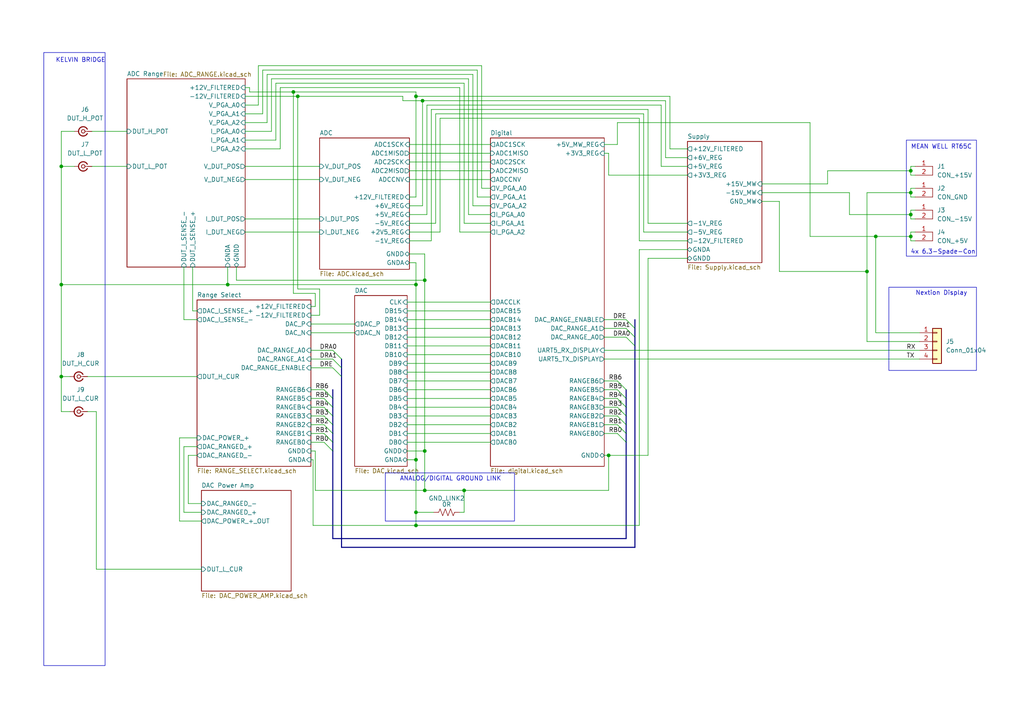
<source format=kicad_sch>
(kicad_sch (version 20231120) (generator "eeschema") (generator_version "8.0")
  (paper "A4")
  (lib_symbols
    (symbol "Connector:Conn_Coaxial_Small" (pin_numbers hide) (pin_names (offset 1.016) hide)
      (property "Reference" "J" (at 0.254 3.048 0))
      (property "Value" "Conn_Coaxial_Small" (at 0 -3.81 0))
      (symbol "Conn_Coaxial_Small_0_1"
        (polyline (pts (xy -2.54 0) (xy -0.508 0)))
        (circle (center 0 0) (radius 0.508) (stroke (width 0.2032)))
      )
      (symbol "Conn_Coaxial_Small_1_1"
        (arc (start -1.1916 -0.6311) (mid 0.327 -1.3081) (end 1.3484 0.0039) (stroke (width 0.3048)))
        (arc (start 1.3484 -0.0039) (mid 0.327 1.3081) (end -1.1916 0.6311) (stroke (width 0.3048)))
        (pin passive line (at -2.54 0 0) (length 1.27) (name "In") (number "1"))
        (pin passive line (at 2.54 0 180) (length 1.27) (name "Ext") (number "2"))
      )
    )
    (symbol "Connector_Generic:Conn_01x04" (pin_names (offset 1.016) hide)
      (property "Reference" "J" (at 0 5.08 0))
      (property "Value" "Conn_01x04" (at 0 -7.62 0))
      (symbol "Conn_01x04_1_1"
        (rectangle (start -1.27 -4.953) (end 0 -5.207) (stroke (width 0.1524)))
        (rectangle (start -1.27 -2.413) (end 0 -2.667) (stroke (width 0.1524)))
        (rectangle (start -1.27 0.127) (end 0 -0.127) (stroke (width 0.1524)))
        (rectangle (start -1.27 2.667) (end 0 2.413) (stroke (width 0.1524)))
        (rectangle (start -1.27 3.81) (end 1.27 -6.35) (stroke (width 0.254)) (fill (type background)))
        (pin passive line (at -5.08 2.54 0) (length 3.81) (name "Pin_1") (number "1"))
        (pin passive line (at -5.08 0 0) (length 3.81) (name "Pin_2") (number "2"))
        (pin passive line (at -5.08 -2.54 0) (length 3.81) (name "Pin_3") (number "3"))
        (pin passive line (at -5.08 -5.08 0) (length 3.81) (name "Pin_4") (number "4"))
      )
    )
    (symbol "Device:R_US" (pin_numbers hide) (pin_names (offset 0))
      (property "Reference" "R" (at 2.54 0 90))
      (property "Value" "R_US" (at -2.54 0 90))
      (symbol "R_US_0_1"
        (polyline (pts (xy 0 -2.286) (xy 0 -2.54)))
        (polyline (pts (xy 0 2.286) (xy 0 2.54)))
        (polyline (pts (xy 0 -0.762) (xy 1.016 -1.143) (xy 0 -1.524) (xy -1.016 -1.905) (xy 0 -2.286)))
        (polyline (pts (xy 0 0.762) (xy 1.016 0.381) (xy 0 0) (xy -1.016 -0.381) (xy 0 -0.762)))
        (polyline (pts (xy 0 2.286) (xy 1.016 1.905) (xy 0 1.524) (xy -1.016 1.143) (xy 0 0.762)))
      )
      (symbol "R_US_1_1"
        (pin passive line (at 0 3.81 270) (length 1.27) (name "~") (number "1"))
        (pin passive line (at 0 -3.81 90) (length 1.27) (name "~") (number "2"))
      )
    )
    (symbol "JRIX Connector:6.3-Spade-Con" (pin_names (offset 1.016))
      (property "Reference" "J" (at -2.54 -3.81 0))
      (property "Value" "6.3-Spade-Con" (at -2.54 2.54 0))
      (symbol "6.3-Spade-Con_0_1"
        (polyline (pts (xy 0 0) (xy 0 -2.54)))
      )
      (symbol "6.3-Spade-Con_1_1"
        (pin bidirectional line (at -5.08 0 0) (length 5.08) (name "~") (number "1"))
        (pin bidirectional line (at -5.08 -2.54 0) (length 5.08) (name "~") (number "2"))
      )
    )
  )
  (junction (at 264.16 49.53))
  (junction (at 254 68.58))
  (junction (at 17.78 48.26))
  (junction (at 17.78 82.55))
  (junction (at 120.65 152.4))
  (junction (at 86.36 27.94))
  (junction (at 123.19 142.24))
  (junction (at 122.555 29.21))
  (junction (at 120.65 133.35))
  (junction (at 17.78 109.22))
  (junction (at 120.65 82.55))
  (junction (at 264.16 68.58))
  (junction (at 264.16 62.23))
  (junction (at 120.65 148.59))
  (junction (at 120.65 27.94))
  (junction (at 264.16 55.88))
  (junction (at 123.19 81.28))
  (junction (at 66.04 82.55))
  (junction (at 123.19 130.81))
  (junction (at 176.53 132.08))
  (junction (at 134.62 142.24))
  (junction (at 85.09 26.67))
  (junction (at 251.46 78.74))
  (bus_entry (at 179.07 118.11) (size 2.54 2.54))
  (bus_entry (at 93.98 118.11) (size 2.54 2.54))
  (bus_entry (at 181.61 95.25) (size 2.54 2.54))
  (bus_entry (at 179.07 110.49) (size 2.54 2.54))
  (bus_entry (at 96.52 104.14) (size 2.54 2.54))
  (bus_entry (at 181.61 92.71) (size 2.54 2.54))
  (bus_entry (at 93.98 113.03) (size 2.54 2.54))
  (bus_entry (at 93.98 128.27) (size 2.54 2.54))
  (bus_entry (at 96.52 106.68) (size 2.54 2.54))
  (bus_entry (at 181.61 97.79) (size 2.54 2.54))
  (bus_entry (at 179.07 120.65) (size 2.54 2.54))
  (bus_entry (at 179.07 125.73) (size 2.54 2.54))
  (bus_entry (at 179.07 113.03) (size 2.54 2.54))
  (bus_entry (at 93.98 123.19) (size 2.54 2.54))
  (bus_entry (at 179.07 115.57) (size 2.54 2.54))
  (bus_entry (at 96.52 101.6) (size 2.54 2.54))
  (bus_entry (at 93.98 125.73) (size 2.54 2.54))
  (bus_entry (at 93.98 115.57) (size 2.54 2.54))
  (bus_entry (at 179.07 123.19) (size 2.54 2.54))
  (bus_entry (at 93.98 120.65) (size 2.54 2.54))
  (wire (pts (xy 176.53 142.24) (xy 176.53 132.08)))
  (wire (pts (xy 118.745 67.31) (xy 127.635 67.31)))
  (wire (pts (xy 72.39 25.4) (xy 72.39 26.67)))
  (bus (pts (xy 181.61 118.11) (xy 181.61 120.65)))
  (wire (pts (xy 123.19 142.24) (xy 134.62 142.24)))
  (wire (pts (xy 234.95 68.58) (xy 254 68.58)))
  (bus (pts (xy 181.61 123.19) (xy 181.61 125.73)))
  (wire (pts (xy 187.96 31.75) (xy 187.96 64.77)))
  (wire (pts (xy 120.65 152.4) (xy 185.42 152.4)))
  (wire (pts (xy 54.61 132.08) (xy 54.61 146.05)))
  (wire (pts (xy 118.745 76.2) (xy 120.65 76.2)))
  (wire (pts (xy 118.11 95.25) (xy 142.24 95.25)))
  (wire (pts (xy 264.16 62.23) (xy 264.16 60.96)))
  (wire (pts (xy 137.16 59.69) (xy 137.16 21.59)))
  (wire (pts (xy 179.07 110.49) (xy 175.26 110.49)))
  (wire (pts (xy 57.15 132.08) (xy 54.61 132.08)))
  (wire (pts (xy 72.39 26.67) (xy 85.09 26.67)))
  (wire (pts (xy 90.17 91.44) (xy 92.71 91.44)))
  (bus (pts (xy 181.61 125.73) (xy 181.61 128.27)))
  (wire (pts (xy 176.53 132.08) (xy 187.96 132.08)))
  (wire (pts (xy 265.43 50.8) (xy 264.16 50.8)))
  (wire (pts (xy 118.745 41.91) (xy 142.24 41.91)))
  (wire (pts (xy 220.98 55.88) (xy 246.38 55.88)))
  (wire (pts (xy 25.4 119.38) (xy 27.94 119.38)))
  (wire (pts (xy 86.36 83.82) (xy 86.36 27.94)))
  (wire (pts (xy 254 96.52) (xy 254 68.58)))
  (wire (pts (xy 90.17 106.68) (xy 96.52 106.68)))
  (wire (pts (xy 175.26 132.08) (xy 176.53 132.08)))
  (wire (pts (xy 74.93 19.05) (xy 74.93 30.48)))
  (wire (pts (xy 17.78 38.1) (xy 17.78 48.26)))
  (bus (pts (xy 181.61 113.03) (xy 181.61 115.57)))
  (wire (pts (xy 53.34 92.71) (xy 57.15 92.71)))
  (wire (pts (xy 179.07 123.19) (xy 175.26 123.19)))
  (wire (pts (xy 90.17 96.52) (xy 102.87 96.52)))
  (wire (pts (xy 251.46 55.88) (xy 264.16 55.88)))
  (wire (pts (xy 90.17 125.73) (xy 93.98 125.73)))
  (wire (pts (xy 134.62 64.77) (xy 134.62 24.13)))
  (wire (pts (xy 118.745 44.45) (xy 142.24 44.45)))
  (wire (pts (xy 264.16 54.61) (xy 265.43 54.61)))
  (wire (pts (xy 92.71 83.82) (xy 86.36 83.82)))
  (wire (pts (xy 187.96 74.93) (xy 199.39 74.93)))
  (wire (pts (xy 122.555 29.21) (xy 122.555 59.69)))
  (wire (pts (xy 135.89 22.86) (xy 78.74 22.86)))
  (wire (pts (xy 264.16 68.58) (xy 264.16 67.31)))
  (wire (pts (xy 90.805 133.35) (xy 90.805 152.4)))
  (wire (pts (xy 54.61 146.05) (xy 58.42 146.05)))
  (wire (pts (xy 226.06 58.42) (xy 226.06 78.74)))
  (wire (pts (xy 71.12 27.94) (xy 86.36 27.94)))
  (wire (pts (xy 199.39 72.39) (xy 185.42 72.39)))
  (wire (pts (xy 71.12 25.4) (xy 72.39 25.4)))
  (wire (pts (xy 134.62 24.13) (xy 80.01 24.13)))
  (wire (pts (xy 176.53 50.8) (xy 199.39 50.8)))
  (wire (pts (xy 90.17 133.35) (xy 90.805 133.35)))
  (wire (pts (xy 134.62 142.24) (xy 134.62 148.59)))
  (wire (pts (xy 142.24 67.31) (xy 133.35 67.31)))
  (wire (pts (xy 175.26 41.91) (xy 179.07 41.91)))
  (wire (pts (xy 133.35 148.59) (xy 134.62 148.59)))
  (wire (pts (xy 175.26 95.25) (xy 181.61 95.25)))
  (wire (pts (xy 138.43 57.15) (xy 138.43 20.32)))
  (wire (pts (xy 251.46 78.74) (xy 251.46 99.06)))
  (wire (pts (xy 85.09 85.09) (xy 85.09 26.67)))
  (wire (pts (xy 80.01 24.13) (xy 80.01 40.64)))
  (wire (pts (xy 264.16 49.53) (xy 240.03 49.53)))
  (wire (pts (xy 118.11 120.65) (xy 142.24 120.65)))
  (wire (pts (xy 176.53 50.8) (xy 176.53 44.45)))
  (wire (pts (xy 90.17 118.11) (xy 93.98 118.11)))
  (wire (pts (xy 133.35 25.4) (xy 81.28 25.4)))
  (bus (pts (xy 184.15 95.25) (xy 184.15 97.79)))
  (wire (pts (xy 118.11 102.87) (xy 142.24 102.87)))
  (wire (pts (xy 91.44 88.9) (xy 91.44 85.09)))
  (wire (pts (xy 139.7 19.05) (xy 74.93 19.05)))
  (wire (pts (xy 90.17 130.81) (xy 91.44 130.81)))
  (wire (pts (xy 142.24 62.23) (xy 135.89 62.23)))
  (wire (pts (xy 175.26 92.71) (xy 181.61 92.71)))
  (wire (pts (xy 240.03 49.53) (xy 240.03 53.34)))
  (wire (pts (xy 17.78 82.55) (xy 66.04 82.55)))
  (wire (pts (xy 17.78 109.22) (xy 17.78 82.55)))
  (wire (pts (xy 123.19 81.28) (xy 123.19 130.81)))
  (wire (pts (xy 78.74 22.86) (xy 78.74 38.1)))
  (wire (pts (xy 187.96 31.75) (xy 125.095 31.75)))
  (wire (pts (xy 118.745 49.53) (xy 142.24 49.53)))
  (wire (pts (xy 120.65 148.59) (xy 125.73 148.59)))
  (wire (pts (xy 53.34 148.59) (xy 58.42 148.59)))
  (bus (pts (xy 181.61 120.65) (xy 181.61 123.19)))
  (wire (pts (xy 26.67 48.26) (xy 36.83 48.26)))
  (wire (pts (xy 57.15 129.54) (xy 53.34 129.54)))
  (wire (pts (xy 17.78 48.26) (xy 17.78 82.55)))
  (wire (pts (xy 90.17 120.65) (xy 93.98 120.65)))
  (wire (pts (xy 118.11 118.11) (xy 142.24 118.11)))
  (wire (pts (xy 118.11 87.63) (xy 142.24 87.63)))
  (wire (pts (xy 68.58 77.47) (xy 68.58 81.28)))
  (wire (pts (xy 142.24 64.77) (xy 134.62 64.77)))
  (wire (pts (xy 137.16 21.59) (xy 77.47 21.59)))
  (wire (pts (xy 118.11 133.35) (xy 120.65 133.35)))
  (wire (pts (xy 266.7 99.06) (xy 251.46 99.06)))
  (wire (pts (xy 90.17 115.57) (xy 93.98 115.57)))
  (wire (pts (xy 123.825 30.48) (xy 191.77 30.48)))
  (wire (pts (xy 92.71 91.44) (xy 92.71 83.82)))
  (bus (pts (xy 96.52 125.73) (xy 96.52 128.27)))
  (bus (pts (xy 184.15 97.79) (xy 184.15 100.33)))
  (wire (pts (xy 120.65 152.4) (xy 120.65 148.59)))
  (wire (pts (xy 123.825 62.23) (xy 123.825 30.48)))
  (wire (pts (xy 175.26 97.79) (xy 181.61 97.79)))
  (wire (pts (xy 126.365 64.77) (xy 118.745 64.77)))
  (wire (pts (xy 25.4 109.22) (xy 57.15 109.22)))
  (wire (pts (xy 120.65 27.94) (xy 194.31 27.94)))
  (wire (pts (xy 17.78 119.38) (xy 20.32 119.38)))
  (wire (pts (xy 118.11 107.95) (xy 142.24 107.95)))
  (bus (pts (xy 96.52 128.27) (xy 96.52 130.81)))
  (wire (pts (xy 90.17 104.14) (xy 96.52 104.14)))
  (wire (pts (xy 71.12 67.31) (xy 92.71 67.31)))
  (wire (pts (xy 185.42 69.85) (xy 199.39 69.85)))
  (wire (pts (xy 220.98 58.42) (xy 226.06 58.42)))
  (wire (pts (xy 264.16 68.58) (xy 254 68.58)))
  (bus (pts (xy 96.52 113.03) (xy 96.52 115.57)))
  (wire (pts (xy 266.7 96.52) (xy 254 96.52)))
  (wire (pts (xy 118.11 105.41) (xy 142.24 105.41)))
  (wire (pts (xy 71.12 48.26) (xy 92.71 48.26)))
  (bus (pts (xy 181.61 156.21) (xy 96.52 156.21)))
  (wire (pts (xy 90.17 93.98) (xy 102.87 93.98)))
  (wire (pts (xy 264.16 60.96) (xy 265.43 60.96)))
  (bus (pts (xy 96.52 130.81) (xy 96.52 156.21)))
  (wire (pts (xy 199.39 45.72) (xy 193.04 45.72)))
  (wire (pts (xy 17.78 109.22) (xy 17.78 119.38)))
  (wire (pts (xy 120.65 26.67) (xy 120.65 27.94)))
  (bus (pts (xy 184.15 92.71) (xy 184.15 95.25)))
  (bus (pts (xy 184.15 100.33) (xy 184.15 158.75)))
  (wire (pts (xy 186.69 67.31) (xy 186.69 33.02)))
  (wire (pts (xy 179.07 120.65) (xy 175.26 120.65)))
  (wire (pts (xy 264.16 55.88) (xy 264.16 54.61)))
  (wire (pts (xy 264.16 69.85) (xy 264.16 68.58)))
  (bus (pts (xy 96.52 115.57) (xy 96.52 118.11)))
  (wire (pts (xy 86.36 27.94) (xy 116.84 27.94)))
  (bus (pts (xy 181.61 115.57) (xy 181.61 118.11)))
  (wire (pts (xy 52.07 127) (xy 57.15 127)))
  (wire (pts (xy 175.26 101.6) (xy 266.7 101.6)))
  (wire (pts (xy 20.32 109.22) (xy 17.78 109.22)))
  (wire (pts (xy 179.07 113.03) (xy 175.26 113.03)))
  (wire (pts (xy 90.17 113.03) (xy 93.98 113.03)))
  (wire (pts (xy 26.67 38.1) (xy 36.83 38.1)))
  (wire (pts (xy 120.65 82.55) (xy 120.65 133.35)))
  (wire (pts (xy 265.43 57.15) (xy 264.16 57.15)))
  (wire (pts (xy 142.24 54.61) (xy 139.7 54.61)))
  (wire (pts (xy 53.34 129.54) (xy 53.34 148.59)))
  (wire (pts (xy 187.96 64.77) (xy 199.39 64.77)))
  (bus (pts (xy 96.52 123.19) (xy 96.52 125.73)))
  (wire (pts (xy 264.16 48.26) (xy 265.43 48.26)))
  (bus (pts (xy 96.52 120.65) (xy 96.52 123.19)))
  (wire (pts (xy 120.65 133.35) (xy 120.65 148.59)))
  (wire (pts (xy 234.95 35.56) (xy 234.95 68.58)))
  (wire (pts (xy 55.88 90.17) (xy 57.15 90.17)))
  (wire (pts (xy 251.46 55.88) (xy 251.46 78.74)))
  (wire (pts (xy 55.88 90.17) (xy 55.88 77.47)))
  (wire (pts (xy 179.07 125.73) (xy 175.26 125.73)))
  (wire (pts (xy 125.095 69.85) (xy 118.745 69.85)))
  (wire (pts (xy 191.77 30.48) (xy 191.77 48.26)))
  (wire (pts (xy 139.7 54.61) (xy 139.7 19.05)))
  (wire (pts (xy 186.69 33.02) (xy 126.365 33.02)))
  (wire (pts (xy 118.11 130.81) (xy 123.19 130.81)))
  (wire (pts (xy 194.31 43.18) (xy 194.31 27.94)))
  (wire (pts (xy 120.65 76.2) (xy 120.65 82.55)))
  (wire (pts (xy 199.39 43.18) (xy 194.31 43.18)))
  (wire (pts (xy 185.42 152.4) (xy 185.42 72.39)))
  (wire (pts (xy 90.17 101.6) (xy 96.52 101.6)))
  (wire (pts (xy 27.94 165.1) (xy 58.42 165.1)))
  (bus (pts (xy 99.06 106.68) (xy 99.06 109.22)))
  (wire (pts (xy 118.745 46.99) (xy 142.24 46.99)))
  (wire (pts (xy 193.04 45.72) (xy 193.04 29.21)))
  (wire (pts (xy 264.16 57.15) (xy 264.16 55.88)))
  (wire (pts (xy 142.24 57.15) (xy 138.43 57.15)))
  (wire (pts (xy 118.745 73.66) (xy 123.19 73.66)))
  (wire (pts (xy 191.77 48.26) (xy 199.39 48.26)))
  (wire (pts (xy 179.07 118.11) (xy 175.26 118.11)))
  (wire (pts (xy 118.11 113.03) (xy 142.24 113.03)))
  (wire (pts (xy 90.17 123.19) (xy 93.98 123.19)))
  (wire (pts (xy 179.07 35.56) (xy 234.95 35.56)))
  (wire (pts (xy 176.53 44.45) (xy 175.26 44.45)))
  (wire (pts (xy 71.12 63.5) (xy 92.71 63.5)))
  (bus (pts (xy 96.52 118.11) (xy 96.52 120.65)))
  (bus (pts (xy 99.06 109.22) (xy 99.06 158.75)))
  (wire (pts (xy 122.555 29.21) (xy 193.04 29.21)))
  (wire (pts (xy 133.35 67.31) (xy 133.35 25.4)))
  (wire (pts (xy 66.04 77.47) (xy 66.04 82.55)))
  (wire (pts (xy 68.58 81.28) (xy 123.19 81.28)))
  (wire (pts (xy 264.16 50.8) (xy 264.16 49.53)))
  (bus (pts (xy 184.15 158.75) (xy 99.06 158.75)))
  (wire (pts (xy 118.11 123.19) (xy 142.24 123.19)))
  (wire (pts (xy 246.38 62.23) (xy 264.16 62.23)))
  (wire (pts (xy 81.28 43.18) (xy 71.12 43.18)))
  (wire (pts (xy 138.43 20.32) (xy 76.2 20.32)))
  (wire (pts (xy 264.16 49.53) (xy 264.16 48.26)))
  (wire (pts (xy 118.11 115.57) (xy 142.24 115.57)))
  (wire (pts (xy 85.09 26.67) (xy 120.65 26.67)))
  (wire (pts (xy 66.04 82.55) (xy 120.65 82.55)))
  (wire (pts (xy 78.74 38.1) (xy 71.12 38.1)))
  (wire (pts (xy 77.47 21.59) (xy 77.47 35.56)))
  (wire (pts (xy 118.745 52.07) (xy 142.24 52.07)))
  (wire (pts (xy 71.12 52.07) (xy 92.71 52.07)))
  (wire (pts (xy 123.19 130.81) (xy 123.19 142.24)))
  (wire (pts (xy 17.78 48.26) (xy 21.59 48.26)))
  (wire (pts (xy 134.62 142.24) (xy 176.53 142.24)))
  (wire (pts (xy 77.47 35.56) (xy 71.12 35.56)))
  (wire (pts (xy 264.16 63.5) (xy 264.16 62.23)))
  (wire (pts (xy 127.635 34.29) (xy 185.42 34.29)))
  (wire (pts (xy 265.43 69.85) (xy 264.16 69.85)))
  (wire (pts (xy 179.07 41.91) (xy 179.07 35.56)))
  (wire (pts (xy 135.89 62.23) (xy 135.89 22.86)))
  (wire (pts (xy 52.07 151.13) (xy 52.07 127)))
  (wire (pts (xy 118.11 128.27) (xy 142.24 128.27)))
  (wire (pts (xy 91.44 142.24) (xy 123.19 142.24)))
  (wire (pts (xy 90.805 152.4) (xy 120.65 152.4)))
  (wire (pts (xy 27.94 119.38) (xy 27.94 165.1)))
  (wire (pts (xy 118.745 57.15) (xy 120.65 57.15)))
  (wire (pts (xy 116.84 29.21) (xy 122.555 29.21)))
  (wire (pts (xy 264.16 67.31) (xy 265.43 67.31)))
  (wire (pts (xy 125.095 31.75) (xy 125.095 69.85)))
  (wire (pts (xy 118.11 125.73) (xy 142.24 125.73)))
  (wire (pts (xy 118.11 97.79) (xy 142.24 97.79)))
  (wire (pts (xy 122.555 59.69) (xy 118.745 59.69)))
  (wire (pts (xy 91.44 85.09) (xy 85.09 85.09)))
  (wire (pts (xy 127.635 67.31) (xy 127.635 34.29)))
  (wire (pts (xy 81.28 25.4) (xy 81.28 43.18)))
  (wire (pts (xy 220.98 53.34) (xy 240.03 53.34)))
  (wire (pts (xy 175.26 104.14) (xy 266.7 104.14)))
  (wire (pts (xy 80.01 40.64) (xy 71.12 40.64)))
  (wire (pts (xy 126.365 33.02) (xy 126.365 64.77)))
  (wire (pts (xy 179.07 115.57) (xy 175.26 115.57)))
  (wire (pts (xy 187.96 132.08) (xy 187.96 74.93)))
  (wire (pts (xy 118.745 62.23) (xy 123.825 62.23)))
  (wire (pts (xy 265.43 63.5) (xy 264.16 63.5)))
  (wire (pts (xy 246.38 55.88) (xy 246.38 62.23)))
  (wire (pts (xy 90.17 88.9) (xy 91.44 88.9)))
  (wire (pts (xy 120.65 27.94) (xy 120.65 57.15)))
  (wire (pts (xy 185.42 34.29) (xy 185.42 69.85)))
  (bus (pts (xy 181.61 128.27) (xy 181.61 156.21)))
  (wire (pts (xy 53.34 92.71) (xy 53.34 77.47)))
  (wire (pts (xy 91.44 130.81) (xy 91.44 142.24)))
  (wire (pts (xy 76.2 33.02) (xy 71.12 33.02)))
  (wire (pts (xy 118.11 90.17) (xy 142.24 90.17)))
  (wire (pts (xy 142.24 59.69) (xy 137.16 59.69)))
  (wire (pts (xy 123.19 73.66) (xy 123.19 81.28)))
  (wire (pts (xy 118.11 100.33) (xy 142.24 100.33)))
  (wire (pts (xy 17.78 38.1) (xy 21.59 38.1)))
  (wire (pts (xy 90.17 128.27) (xy 93.98 128.27)))
  (wire (pts (xy 116.84 27.94) (xy 116.84 29.21)))
  (wire (pts (xy 118.11 92.71) (xy 142.24 92.71)))
  (wire (pts (xy 226.06 78.74) (xy 251.46 78.74)))
  (bus (pts (xy 99.06 104.14) (xy 99.06 106.68)))
  (wire (pts (xy 74.93 30.48) (xy 71.12 30.48)))
  (wire (pts (xy 118.11 110.49) (xy 142.24 110.49)))
  (wire (pts (xy 76.2 20.32) (xy 76.2 33.02)))
  (wire (pts (xy 58.42 151.13) (xy 52.07 151.13)))
  (wire (pts (xy 199.39 67.31) (xy 186.69 67.31)))
  (rectangle (start 111.76 137.16) (end 149.225 151.13))
  (rectangle (start 262.89 40.64) (end 283.21 74.295))
  (rectangle (start 257.81 83.312) (end 283.21 107.442))
  (rectangle (start 12.7 15.24) (end 30.48 193.04))
  (text "4x 6.3-Spade-Con" (at 273.558 73.152 0) (effects (font (size 1.27 1.27))))
  (text "KELVIN BRIDGE" (at 23.368 17.526 0) (effects (font (size 1.27 1.27))))
  (text "MEAN WELL RT65C\n" (at 273.05 42.672 0) (effects (font (size 1.27 1.27))))
  (text "Nextion Display\n" (at 273.05 85.09 0) (effects (font (size 1.27 1.27))))
  (text "ANALOG/DIGITAL GROUND LINK\n\n" (at 130.683 139.954 0) (effects (font (size 1.27 1.27))))
  (label "DRE" (at 177.8 92.71 0))
  (label "RB2" (at 91.44 123.19 0))
  (label "TX" (at 262.89 104.14 0))
  (label "DRA1" (at 177.8 95.25 0))
  (label "RB1" (at 91.44 125.73 0))
  (label "RB3" (at 176.53 118.11 0))
  (label "RB6" (at 91.44 113.03 0))
  (label "DRE" (at 92.71 106.68 0))
  (label "RB4" (at 91.44 118.11 0))
  (label "RB3" (at 91.44 120.65 0))
  (label "RB6" (at 176.53 110.49 0))
  (label "DRA0" (at 177.8 97.79 0))
  (label "DRA1" (at 92.71 104.14 0))
  (label "RB0" (at 176.53 125.73 0))
  (label "RX" (at 262.8907 101.6 0))
  (label "RB2" (at 176.53 120.65 0))
  (label "RB5" (at 176.53 113.03 0))
  (label "RB1" (at 176.53 123.19 0))
  (label "RB5" (at 91.44 115.57 0))
  (label "RB4" (at 176.53 115.57 0))
  (label "DRA0" (at 92.71 101.6 0))
  (label "RB0" (at 91.44 128.27 0))
  (symbol (lib_id "JRIX Connector:6.3-Spade-Con") (at 270.51 60.96 0) (unit 1)
    (property "Reference" "J3" (at 271.78 60.9599 0) (effects (justify left)))
    (property "Value" "CON_-15V" (at 271.78 63.4999 0) (effects (justify left)))
  )
  (symbol (lib_id "Connector:Conn_Coaxial_Small") (at 22.86 119.38 180) (unit 1)
    (property "Reference" "J9" (at 23.3795 113.03 0))
    (property "Value" "DUT_L_CUR" (at 23.3795 115.57 0))
    (property "Description" "small coaxial connector (BNC, SMA, SMB, SMC, Cinch/RCA, LEMO, ...)" (effects (hide yes)))
  )
  (symbol (lib_id "Connector:Conn_Coaxial_Small") (at 24.13 48.26 180) (unit 1)
    (property "Reference" "J7" (at 24.6495 41.91 0))
    (property "Value" "DUT_L_POT" (at 24.6495 44.45 0))
    (property "Description" "small coaxial connector (BNC, SMA, SMB, SMC, Cinch/RCA, LEMO, ...)" (effects (hide yes)))
  )
  (symbol (lib_id "Connector_Generic:Conn_01x04") (at 271.78 99.06 0) (unit 1)
    (property "Reference" "J5" (at 274.32 99.0599 0) (effects (justify left)))
    (property "Value" "Conn_01x04" (at 274.32 101.5999 0) (effects (justify left)))
    (property "Description" "Generic connector, single row, 01x04, script generated (kicad-library-utils/schlib/autogen/connector/)" (effects (hide yes)))
  )
  (symbol (lib_id "Connector:Conn_Coaxial_Small") (at 22.86 109.22 180) (unit 1)
    (property "Reference" "J8" (at 23.3795 102.87 0))
    (property "Value" "DUT_H_CUR" (at 23.3795 105.41 0))
    (property "Description" "small coaxial connector (BNC, SMA, SMB, SMC, Cinch/RCA, LEMO, ...)" (effects (hide yes)))
  )
  (symbol (lib_id "Device:R_US") (at 129.54 148.59 90) (unit 1)
    (property "Reference" "GND_LINK2" (at 129.54 144.526 90))
    (property "Value" "0R" (at 129.54 146.304 90))
    (property "Description" "Resistor, US symbol" (effects (hide yes)))
  )
  (symbol (lib_id "Connector:Conn_Coaxial_Small") (at 24.13 38.1 180) (unit 1)
    (property "Reference" "J6" (at 24.6495 31.75 0))
    (property "Value" "DUT_H_POT" (at 24.6495 34.29 0))
    (property "Description" "small coaxial connector (BNC, SMA, SMB, SMC, Cinch/RCA, LEMO, ...)" (effects (hide yes)))
  )
  (symbol (lib_id "JRIX Connector:6.3-Spade-Con") (at 270.51 67.31 0) (unit 1)
    (property "Reference" "J4" (at 271.78 67.3099 0) (effects (justify left)))
    (property "Value" "CON_+5V" (at 271.78 69.8499 0) (effects (justify left)))
  )
  (symbol (lib_id "JRIX Connector:6.3-Spade-Con") (at 270.51 48.26 0) (unit 1)
    (property "Reference" "J1" (at 271.78 48.2599 0) (effects (justify left)))
    (property "Value" "CON_+15V" (at 271.78 50.7999 0) (effects (justify left)))
  )
  (symbol (lib_id "JRIX Connector:6.3-Spade-Con") (at 270.51 54.61 0) (unit 1)
    (property "Reference" "J2" (at 271.78 54.6099 0) (effects (justify left)))
    (property "Value" "CON_GND" (at 271.78 57.1499 0) (effects (justify left)))
  )
  (sheet (at 142.24 40.005) (size 33.02 95.25) (stroke (width 0.1524))
    (property "Sheetname" "Digital" (at 142.24 39.2934 0) (effects (justify left bottom)))
    (property "Sheetfile" "digital.kicad_sch" (at 142.24 135.8396 0) (effects (justify left top)))
    (pin "+3V3_REG" input (at 175.26 44.45 0))
    (pin "GNDD" bidirectional (at 175.26 132.08 0))
    (pin "DACB10" output (at 142.24 102.87 180))
    (pin "DACB11" output (at 142.24 100.33 180))
    (pin "DACB12" output (at 142.24 97.79 180))
    (pin "DACB13" output (at 142.24 95.25 180))
    (pin "DACB14" output (at 142.24 92.71 180))
    (pin "DACB15" output (at 142.24 90.17 180))
    (pin "DACB6" output (at 142.24 113.03 180))
    (pin "DACB4" output (at 142.24 118.11 180))
    (pin "DACB5" output (at 142.24 115.57 180))
    (pin "DACB7" output (at 142.24 110.49 180))
    (pin "DACB8" output (at 142.24 107.95 180))
    (pin "DACB9" output (at 142.24 105.41 180))
    (pin "DACB0" output (at 142.24 128.27 180))
    (pin "DACB1" output (at 142.24 125.73 180))
    (pin "DACB2" output (at 142.24 123.19 180))
    (pin "DACB3" output (at 142.24 120.65 180))
    (pin "DACCLK" output (at 142.24 87.63 180))
    (pin "+5V_MW_REG" input (at 175.26 41.91 0))
    (pin "UART5_RX_DISPLAY" input (at 175.26 101.6 0))
    (pin "UART5_TX_DISPLAY" output (at 175.26 104.14 0))
    (pin "ADC1SCK" output (at 142.24 41.91 180))
    (pin "ADCCNV" output (at 142.24 52.07 180))
    (pin "ADC2SCK" output (at 142.24 46.99 180))
    (pin "ADC1MISO" input (at 142.24 44.45 180))
    (pin "ADC2MISO" input (at 142.24 49.53 180))
    (pin "V_PGA_A1" output (at 142.24 57.15 180))
    (pin "V_PGA_A2" output (at 142.24 59.69 180))
    (pin "I_PGA_A0" output (at 142.24 62.23 180))
    (pin "I_PGA_A1" output (at 142.24 64.77 180))
    (pin "I_PGA_A2" output (at 142.24 67.31 180))
    (pin "V_PGA_A0" output (at 142.24 54.61 180))
    (pin "RANGEB1" output (at 175.26 123.19 0))
    (pin "RANGEB2" output (at 175.26 120.65 0))
    (pin "RANGEB3" output (at 175.26 118.11 0))
    (pin "RANGEB0" output (at 175.26 125.73 0))
    (pin "RANGEB5" output (at 175.26 113.03 0))
    (pin "RANGEB6" output (at 175.26 110.49 0))
    (pin "RANGEB4" output (at 175.26 115.57 0))
    (pin "DAC_RANGE_A0" output (at 175.26 97.79 0))
    (pin "DAC_RANGE_A1" output (at 175.26 95.25 0))
    (pin "DAC_RANGE_ENABLE" output (at 175.26 92.71 0))
  )
  (sheet (at 92.71 40.005) (size 26.035 38.1) (stroke (width 0.1524))
    (property "Sheetname" "ADC" (at 92.71 39.2934 0) (effects (justify left bottom)))
    (property "Sheetfile" "ADC.kicad_sch" (at 92.71 78.6896 0) (effects (justify left top)))
    (pin "-5V_REG" input (at 118.745 64.77 0))
    (pin "+6V_REG" input (at 118.745 59.69 0))
    (pin "+5V_REG" input (at 118.745 62.23 0))
    (pin "-1V_REG" input (at 118.745 69.85 0))
    (pin "+2V5_REG" input (at 118.745 67.31 0))
    (pin "+12V_FILTERED" input (at 118.745 57.15 0))
    (pin "ADC1SCK" input (at 118.745 41.91 0))
    (pin "ADCCNV" input (at 118.745 52.07 0))
    (pin "ADC2SCK" input (at 118.745 46.99 0))
    (pin "V_DUT_NEG" input (at 92.71 52.07 180))
    (pin "V_DUT_POS" input (at 92.71 48.26 180))
    (pin "I_DUT_POS" input (at 92.71 63.5 180))
    (pin "I_DUT_NEG" input (at 92.71 67.31 180))
    (pin "GNDD" bidirectional (at 118.745 73.66 0))
    (pin "GNDA" bidirectional (at 118.745 76.2 0))
    (pin "ADC1MISO" output (at 118.745 44.45 0))
    (pin "ADC2MISO" output (at 118.745 49.53 0))
  )
  (sheet (at 102.87 85.725) (size 15.24 49.53) (stroke (width 0.1524))
    (property "Sheetname" "DAC" (at 102.87 85.0134 0) (effects (justify left bottom)))
    (property "Sheetfile" "DAC.kicad_sch" (at 102.87 135.8396 0) (effects (justify left top)))
    (pin "DB0" input (at 118.11 128.27 0))
    (pin "CLK" input (at 118.11 87.63 0))
    (pin "DB14" input (at 118.11 92.71 0))
    (pin "DB15" input (at 118.11 90.17 0))
    (pin "DB13" input (at 118.11 95.25 0))
    (pin "DB12" input (at 118.11 97.79 0))
    (pin "DB9" input (at 118.11 105.41 0))
    (pin "DB10" input (at 118.11 102.87 0))
    (pin "DB11" input (at 118.11 100.33 0))
    (pin "DB8" input (at 118.11 107.95 0))
    (pin "DB7" input (at 118.11 110.49 0))
    (pin "DB6" input (at 118.11 113.03 0))
    (pin "DB3" input (at 118.11 120.65 0))
    (pin "DB2" input (at 118.11 123.19 0))
    (pin "DB1" input (at 118.11 125.73 0))
    (pin "DB4" input (at 118.11 118.11 0))
    (pin "DB5" input (at 118.11 115.57 0))
    (pin "GNDD" bidirectional (at 118.11 130.81 0))
    (pin "GNDA" bidirectional (at 118.11 133.35 0))
    (pin "DAC_P" output (at 102.87 93.98 180))
    (pin "DAC_N" output (at 102.87 96.52 180))
  )
  (sheet (at 58.42 142.24) (size 26.035 29.21) (stroke (width 0.1524))
    (property "Sheetname" "DAC Power Amp" (at 58.42 141.5284 0) (effects (justify left bottom)))
    (property "Sheetfile" "DAC_POWER_AMP.kicad_sch" (at 58.42 172.0346 0) (effects (justify left top)))
    (pin "DAC_RANGED_-" input (at 58.42 146.05 180))
    (pin "DUT_L_CUR" input (at 58.42 165.1 180))
    (pin "DAC_RANGED_+" input (at 58.42 148.59 180))
    (pin "DAC_POWER_+_OUT" output (at 58.42 151.13 180))
  )
  (sheet (at 57.15 86.995) (size 33.02 48.26) (stroke (width 0.1524))
    (property "Sheetname" "Range Select" (at 57.15 86.2834 0) (effects (justify left bottom)))
    (property "Sheetfile" "RANGE_SELECT.kicad_sch" (at 57.15 135.8396 0) (effects (justify left top)))
    (pin "RANGEB2" input (at 90.17 123.19 0))
    (pin "RANGEB5" input (at 90.17 115.57 0))
    (pin "DAC_POWER_+" input (at 57.15 127 180))
    (pin "RANGEB3" input (at 90.17 120.65 0))
    (pin "RANGEB6" input (at 90.17 113.03 0))
    (pin "RANGEB4" input (at 90.17 118.11 0))
    (pin "DAC_I_SENSE_+" output (at 57.15 90.17 180))
    (pin "DUT_H_CUR" output (at 57.15 109.22 180))
    (pin "DAC_I_SENSE_-" output (at 57.15 92.71 180))
    (pin "DAC_P" input (at 90.17 93.98 0))
    (pin "DAC_RANGED_+" output (at 57.15 129.54 180))
    (pin "RANGEB0" input (at 90.17 128.27 0))
    (pin "RANGEB1" input (at 90.17 125.73 0))
    (pin "DAC_N" input (at 90.17 96.52 0))
    (pin "DAC_RANGED_-" output (at 57.15 132.08 180))
    (pin "DAC_RANGE_ENABLE" input (at 90.17 106.68 0))
    (pin "GNDD" input (at 90.17 130.81 0))
    (pin "+12V_FILTERED" input (at 90.17 88.9 0))
    (pin "-12V_FILTERED" input (at 90.17 91.44 0))
    (pin "GNDA" input (at 90.17 133.35 0))
    (pin "DAC_RANGE_A0" input (at 90.17 101.6 0))
    (pin "DAC_RANGE_A1" input (at 90.17 104.14 0))
  )
  (sheet (at 36.83 22.86) (size 34.29 54.61) (stroke (width 0.1524))
    (property "Sheetname" "ADC Range" (at 36.83 22.1484 0) (effects (justify left bottom)))
    (property "Sheetfile" "ADC_RANGE.kicad_sch" (at 47.244 20.828 0) (effects (justify left top)))
    (pin "V_PGA_A1" input (at 71.12 33.02 0))
    (pin "V_PGA_A0" input (at 71.12 30.48 0))
    (pin "V_PGA_A2" input (at 71.12 35.56 0))
    (pin "V_DUT_NEG" output (at 71.12 52.07 0))
    (pin "V_DUT_POS" output (at 71.12 48.26 0))
    (pin "DUT_L_POT" input (at 36.83 48.26 180))
    (pin "DUT_H_POT" input (at 36.83 38.1 180))
    (pin "I_DUT_NEG" output (at 71.12 67.31 0))
    (pin "I_PGA_A1" input (at 71.12 40.64 0))
    (pin "I_PGA_A2" input (at 71.12 43.18 0))
    (pin "I_DUT_POS" output (at 71.12 63.5 0))
    (pin "I_PGA_A0" input (at 71.12 38.1 0))
    (pin "GNDA" input (at 66.04 77.47 270))
    (pin "GNDD" bidirectional (at 68.58 77.47 270))
    (pin "-12V_FILTERED" input (at 71.12 27.94 0))
    (pin "+12V_FILTERED" input (at 71.12 25.4 0))
    (pin "DUT_I_SENSE_+" input (at 55.88 77.47 270))
    (pin "DUT_I_SENSE_-" input (at 53.34 77.47 270))
  )
  (sheet (at 199.39 41.021) (size 21.59 35.179) (stroke (width 0.1524))
    (property "Sheetname" "Supply" (at 199.39 40.3094 0) (effects (justify left bottom)))
    (property "Sheetfile" "Supply.kicad_sch" (at 199.39 76.7846 0) (effects (justify left top)))
    (pin "+12V_FILTERED" output (at 199.39 43.18 180))
    (pin "-12V_FILTERED" output (at 199.39 69.85 180))
    (pin "-5V_REG" output (at 199.39 67.31 180))
    (pin "+6V_REG" output (at 199.39 45.72 180))
    (pin "+3V3_REG" output (at 199.39 50.8 180))
    (pin "-1V_REG" output (at 199.39 64.77 180))
    (pin "+5V_REG" output (at 199.39 48.26 180))
    (pin "+15V_MW" input (at 220.98 53.34 0))
    (pin "-15V_MW" input (at 220.98 55.88 0))
    (pin "GNDA" bidirectional (at 199.39 72.39 180))
    (pin "GND_MW" bidirectional (at 220.98 58.42 0))
    (pin "GNDD" bidirectional (at 199.39 74.93 180))
  )
)
</source>
